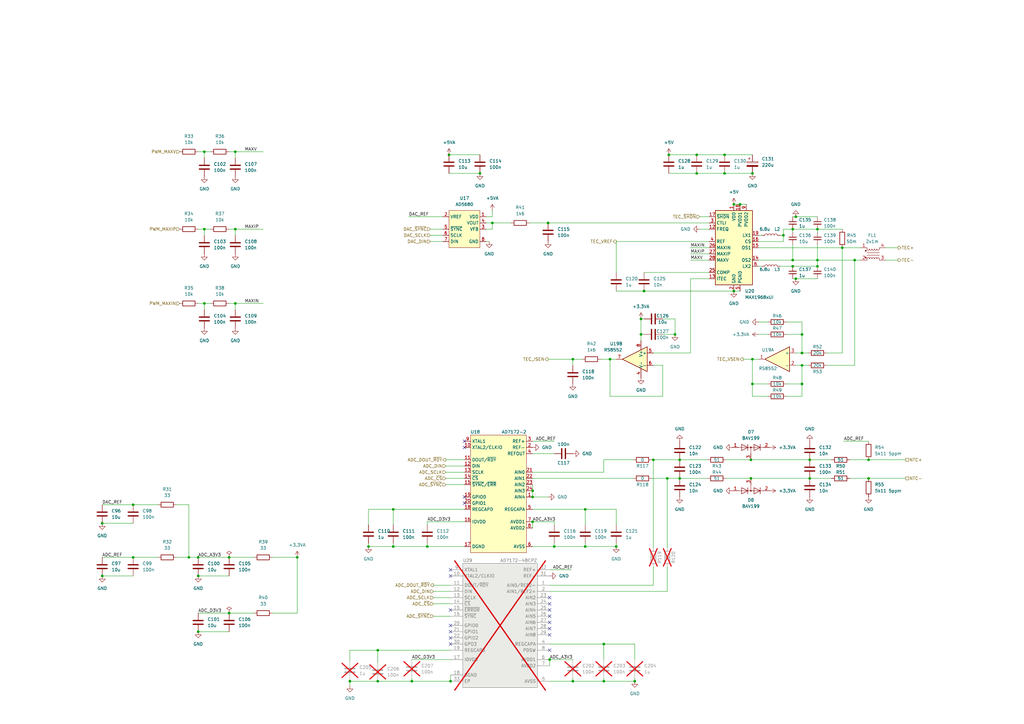
<source format=kicad_sch>
(kicad_sch (version 20230121) (generator eeschema)
  (paper "A3")
  (title_block (title "Kirdy") (date "2022-07-03") (rev "r0.1") (company "M-Labs") (comment 1 "Alex Wong Tat Hang"))
  (junction (at 300.99 119.38))
  (junction (at 267.97 188.595))
  (junction (at 350.52 106.68))
  (junction (at 297.18 63.5))
  (junction (at 274.32 63.5))
  (junction (at 300.99 83.82))
  (junction (at 201.93 91.44))
  (junction (at 252.73 224.155))
  (junction (at 96.52 62.23))
  (junction (at 308.61 147.32))
  (junction (at 161.29 208.915))
  (junction (at 325.12 106.68))
  (junction (at 234.95 147.32))
  (junction (at 83.82 62.23))
  (junction (at 41.91 214.63))
  (junction (at 81.28 259.08))
  (junction (at 121.92 228.6))
  (junction (at 218.44 213.995))
  (junction (at 154.94 279.4))
  (junction (at 328.93 149.86))
  (junction (at 356.235 188.595))
  (junction (at 218.44 203.835))
  (junction (at 184.785 279.4))
  (junction (at 161.29 224.155))
  (junction (at 234.95 279.4))
  (junction (at 308.61 71.12))
  (junction (at 247.65 264.16))
  (junction (at 93.98 251.46))
  (junction (at 325.12 93.98))
  (junction (at 224.79 91.44))
  (junction (at 262.89 137.16))
  (junction (at 285.75 71.12))
  (junction (at 308.61 157.48))
  (junction (at 260.35 279.4))
  (junction (at 326.39 114.3))
  (junction (at 250.19 147.32))
  (junction (at 83.82 93.98))
  (junction (at 81.28 228.6))
  (junction (at 83.82 124.46))
  (junction (at 175.26 224.155))
  (junction (at 278.765 188.595))
  (junction (at 81.28 236.22))
  (junction (at 321.31 96.52))
  (junction (at 93.98 228.6))
  (junction (at 54.61 228.6))
  (junction (at 218.44 201.295))
  (junction (at 168.91 279.4))
  (junction (at 184.15 63.5))
  (junction (at 240.03 224.155))
  (junction (at 335.28 109.22))
  (junction (at 345.44 101.6))
  (junction (at 273.685 196.215))
  (junction (at 278.765 196.215))
  (junction (at 328.93 137.16))
  (junction (at 96.52 93.98))
  (junction (at 227.33 224.155))
  (junction (at 154.94 266.7))
  (junction (at 96.52 124.46))
  (junction (at 303.53 83.82))
  (junction (at 41.91 236.22))
  (junction (at 332.105 188.595))
  (junction (at 328.93 157.48))
  (junction (at 307.975 188.595))
  (junction (at 325.12 109.22))
  (junction (at 196.85 71.12))
  (junction (at 356.235 196.215))
  (junction (at 262.89 130.81))
  (junction (at 240.03 208.915))
  (junction (at 307.975 196.215))
  (junction (at 328.93 144.78))
  (junction (at 151.13 224.155))
  (junction (at 264.16 119.38))
  (junction (at 77.47 228.6))
  (junction (at 335.28 93.98))
  (junction (at 276.86 137.16))
  (junction (at 143.51 279.4))
  (junction (at 285.75 63.5))
  (junction (at 297.18 71.12))
  (junction (at 335.28 106.68))
  (junction (at 332.105 196.215))
  (junction (at 225.425 270.51))
  (junction (at 54.61 207.01))
  (junction (at 326.39 88.9))
  (junction (at 247.65 279.4))
  (no_connect (at 190.5 180.975))
  (no_connect (at 184.785 250.19))
  (no_connect (at 190.5 183.515))
  (no_connect (at 190.5 203.835))
  (no_connect (at 190.5 206.375))
  (no_connect (at 225.425 245.11))
  (no_connect (at 225.425 252.73))
  (no_connect (at 184.785 236.22))
  (no_connect (at 184.785 233.68))
  (no_connect (at 225.425 266.7))
  (no_connect (at 184.785 264.16))
  (no_connect (at 225.425 257.81))
  (no_connect (at 184.785 259.08))
  (no_connect (at 184.785 261.62))
  (no_connect (at 225.425 250.19))
  (no_connect (at 225.425 255.27))
  (no_connect (at 184.785 256.54))
  (no_connect (at 225.425 260.35))
  (no_connect (at 225.425 247.65))
  (wire (pts (xy 320.04 96.52) (xy 321.31 96.52)))
  (wire (pts (xy 274.32 63.5) (xy 285.75 63.5)))
  (wire (pts (xy 328.93 144.78) (xy 331.47 144.78)))
  (wire (pts (xy 218.44 201.295) (xy 218.44 203.835)))
  (wire (pts (xy 218.44 213.995) (xy 227.33 213.995)))
  (wire (pts (xy 224.79 147.32) (xy 234.95 147.32)))
  (wire (pts (xy 308.61 147.32) (xy 311.15 147.32)))
  (wire (pts (xy 304.8 147.32) (xy 308.61 147.32)))
  (wire (pts (xy 41.91 236.22) (xy 54.61 236.22)))
  (wire (pts (xy 252.73 111.76) (xy 252.73 99.06)))
  (wire (pts (xy 143.51 279.4) (xy 143.51 281.305)))
  (wire (pts (xy 182.88 198.755) (xy 190.5 198.755)))
  (wire (pts (xy 41.91 207.01) (xy 54.61 207.01)))
  (wire (pts (xy 328.93 149.86) (xy 331.47 149.86)))
  (wire (pts (xy 182.88 191.135) (xy 190.5 191.135)))
  (wire (pts (xy 175.26 213.995) (xy 190.5 213.995)))
  (wire (pts (xy 252.73 119.38) (xy 264.16 119.38)))
  (wire (pts (xy 225.425 270.51) (xy 225.425 273.05)))
  (wire (pts (xy 252.73 208.915) (xy 252.73 215.265)))
  (wire (pts (xy 278.765 196.215) (xy 290.195 196.215)))
  (wire (pts (xy 151.13 215.265) (xy 151.13 208.915)))
  (wire (pts (xy 111.76 228.6) (xy 121.92 228.6)))
  (wire (pts (xy 93.98 251.46) (xy 104.14 251.46)))
  (wire (pts (xy 311.15 132.08) (xy 314.96 132.08)))
  (wire (pts (xy 278.765 188.595) (xy 290.195 188.595)))
  (wire (pts (xy 199.39 93.98) (xy 201.93 93.98)))
  (wire (pts (xy 325.12 106.68) (xy 335.28 106.68)))
  (wire (pts (xy 297.18 63.5) (xy 308.61 63.5)))
  (wire (pts (xy 250.19 147.32) (xy 252.73 147.32)))
  (wire (pts (xy 285.75 71.12) (xy 297.18 71.12)))
  (wire (pts (xy 332.105 188.595) (xy 340.995 188.595)))
  (wire (pts (xy 264.16 119.38) (xy 300.99 119.38)))
  (wire (pts (xy 176.53 99.06) (xy 181.61 99.06)))
  (wire (pts (xy 322.58 157.48) (xy 328.93 157.48)))
  (wire (pts (xy 177.8 247.65) (xy 184.785 247.65)))
  (wire (pts (xy 227.33 213.995) (xy 227.33 215.265)))
  (wire (pts (xy 83.82 93.98) (xy 86.36 93.98)))
  (wire (pts (xy 339.09 144.78) (xy 345.44 144.78)))
  (wire (pts (xy 271.78 162.56) (xy 271.78 149.86)))
  (wire (pts (xy 184.15 63.5) (xy 196.85 63.5)))
  (wire (pts (xy 218.44 208.915) (xy 240.03 208.915)))
  (wire (pts (xy 218.44 213.995) (xy 218.44 216.535)))
  (wire (pts (xy 151.13 208.915) (xy 161.29 208.915)))
  (wire (pts (xy 151.13 224.155) (xy 161.29 224.155)))
  (wire (pts (xy 247.65 279.4) (xy 260.35 279.4)))
  (wire (pts (xy 321.31 93.98) (xy 325.12 93.98)))
  (wire (pts (xy 350.52 106.68) (xy 350.52 149.86)))
  (wire (pts (xy 199.39 99.06) (xy 200.66 99.06)))
  (wire (pts (xy 143.51 279.4) (xy 154.94 279.4)))
  (wire (pts (xy 96.52 124.46) (xy 96.52 127)))
  (wire (pts (xy 154.94 266.7) (xy 154.94 271.78)))
  (wire (pts (xy 325.12 109.22) (xy 335.28 109.22)))
  (wire (pts (xy 287.02 88.9) (xy 290.83 88.9)))
  (wire (pts (xy 283.21 101.6) (xy 290.83 101.6)))
  (wire (pts (xy 363.22 101.6) (xy 368.3 101.6)))
  (wire (pts (xy 176.53 96.52) (xy 181.61 96.52)))
  (wire (pts (xy 271.78 149.86) (xy 267.97 149.86)))
  (wire (pts (xy 182.88 188.595) (xy 190.5 188.595)))
  (wire (pts (xy 262.89 137.16) (xy 262.89 139.7)))
  (wire (pts (xy 345.44 101.6) (xy 345.44 144.78)))
  (wire (pts (xy 326.39 144.78) (xy 328.93 144.78)))
  (wire (pts (xy 283.21 144.78) (xy 267.97 144.78)))
  (wire (pts (xy 247.65 193.675) (xy 247.65 188.595)))
  (wire (pts (xy 184.15 71.12) (xy 196.85 71.12)))
  (wire (pts (xy 311.15 101.6) (xy 345.44 101.6)))
  (wire (pts (xy 234.95 149.86) (xy 234.95 147.32)))
  (wire (pts (xy 96.52 124.46) (xy 107.95 124.46)))
  (wire (pts (xy 240.03 208.915) (xy 252.73 208.915)))
  (wire (pts (xy 234.95 278.13) (xy 234.95 279.4)))
  (wire (pts (xy 267.97 232.41) (xy 267.97 240.03)))
  (wire (pts (xy 348.615 188.595) (xy 356.235 188.595)))
  (wire (pts (xy 335.28 106.68) (xy 350.52 106.68)))
  (wire (pts (xy 182.88 193.675) (xy 190.5 193.675)))
  (wire (pts (xy 325.12 95.25) (xy 325.12 93.98)))
  (wire (pts (xy 154.94 266.7) (xy 184.785 266.7)))
  (wire (pts (xy 348.615 196.215) (xy 356.235 196.215)))
  (wire (pts (xy 199.39 88.9) (xy 201.93 88.9)))
  (wire (pts (xy 335.28 100.33) (xy 335.28 106.68)))
  (wire (pts (xy 225.425 279.4) (xy 234.95 279.4)))
  (wire (pts (xy 93.98 93.98) (xy 96.52 93.98)))
  (wire (pts (xy 264.16 130.81) (xy 262.89 130.81)))
  (wire (pts (xy 325.12 88.9) (xy 326.39 88.9)))
  (wire (pts (xy 250.19 162.56) (xy 271.78 162.56)))
  (wire (pts (xy 322.58 132.08) (xy 328.93 132.08)))
  (wire (pts (xy 273.685 232.41) (xy 273.685 242.57)))
  (wire (pts (xy 83.82 62.23) (xy 83.82 64.77)))
  (wire (pts (xy 161.29 222.885) (xy 161.29 224.155)))
  (wire (pts (xy 81.28 259.08) (xy 93.98 259.08)))
  (wire (pts (xy 307.975 196.215) (xy 332.105 196.215)))
  (wire (pts (xy 264.16 111.76) (xy 290.83 111.76)))
  (wire (pts (xy 247.65 264.16) (xy 260.35 264.16)))
  (wire (pts (xy 167.64 88.9) (xy 181.61 88.9)))
  (wire (pts (xy 246.38 147.32) (xy 250.19 147.32)))
  (wire (pts (xy 247.65 278.13) (xy 247.65 279.4)))
  (wire (pts (xy 267.97 188.595) (xy 267.97 224.79)))
  (wire (pts (xy 54.61 228.6) (xy 64.77 228.6)))
  (wire (pts (xy 240.03 222.885) (xy 240.03 224.155)))
  (wire (pts (xy 177.8 242.57) (xy 184.785 242.57)))
  (wire (pts (xy 201.93 88.9) (xy 201.93 86.36)))
  (wire (pts (xy 311.15 106.68) (xy 325.12 106.68)))
  (wire (pts (xy 325.12 100.33) (xy 325.12 106.68)))
  (wire (pts (xy 234.95 147.32) (xy 238.76 147.32)))
  (wire (pts (xy 41.91 228.6) (xy 54.61 228.6)))
  (wire (pts (xy 177.8 252.73) (xy 184.785 252.73)))
  (wire (pts (xy 247.65 188.595) (xy 259.715 188.595)))
  (wire (pts (xy 83.82 124.46) (xy 83.82 127)))
  (wire (pts (xy 328.93 137.16) (xy 328.93 144.78)))
  (wire (pts (xy 175.26 224.155) (xy 190.5 224.155)))
  (wire (pts (xy 168.91 270.51) (xy 184.785 270.51)))
  (wire (pts (xy 177.8 245.11) (xy 184.785 245.11)))
  (wire (pts (xy 93.98 228.6) (xy 104.14 228.6)))
  (wire (pts (xy 218.44 186.055) (xy 227.33 186.055)))
  (wire (pts (xy 247.65 264.16) (xy 247.65 270.51)))
  (wire (pts (xy 311.15 99.06) (xy 321.31 99.06)))
  (wire (pts (xy 267.97 188.595) (xy 278.765 188.595)))
  (wire (pts (xy 297.815 196.215) (xy 307.975 196.215)))
  (wire (pts (xy 143.51 266.7) (xy 143.51 271.145)))
  (wire (pts (xy 96.52 93.98) (xy 96.52 96.52)))
  (wire (pts (xy 311.15 137.16) (xy 314.96 137.16)))
  (wire (pts (xy 326.39 149.86) (xy 328.93 149.86)))
  (wire (pts (xy 308.61 157.48) (xy 308.61 162.56)))
  (wire (pts (xy 54.61 207.01) (xy 64.77 207.01)))
  (wire (pts (xy 72.39 207.01) (xy 77.47 207.01)))
  (wire (pts (xy 326.39 114.3) (xy 335.28 114.3)))
  (wire (pts (xy 325.12 114.3) (xy 326.39 114.3)))
  (wire (pts (xy 77.47 207.01) (xy 77.47 228.6)))
  (wire (pts (xy 218.44 203.835) (xy 224.79 203.835)))
  (wire (pts (xy 273.685 242.57) (xy 225.425 242.57)))
  (wire (pts (xy 154.94 279.4) (xy 168.91 279.4)))
  (wire (pts (xy 247.65 193.675) (xy 218.44 193.675)))
  (wire (pts (xy 252.73 222.885) (xy 252.73 224.155)))
  (wire (pts (xy 199.39 91.44) (xy 201.93 91.44)))
  (wire (pts (xy 328.93 162.56) (xy 328.93 157.48)))
  (wire (pts (xy 111.76 251.46) (xy 121.92 251.46)))
  (wire (pts (xy 83.82 93.98) (xy 83.82 96.52)))
  (wire (pts (xy 93.98 62.23) (xy 96.52 62.23)))
  (wire (pts (xy 224.79 91.44) (xy 290.83 91.44)))
  (wire (pts (xy 287.02 93.98) (xy 290.83 93.98)))
  (wire (pts (xy 322.58 137.16) (xy 328.93 137.16)))
  (wire (pts (xy 81.28 236.22) (xy 93.98 236.22)))
  (wire (pts (xy 177.8 240.03) (xy 184.785 240.03)))
  (wire (pts (xy 184.785 276.86) (xy 184.785 279.4)))
  (wire (pts (xy 276.86 130.81) (xy 276.86 137.16)))
  (wire (pts (xy 201.93 93.98) (xy 201.93 91.44)))
  (wire (pts (xy 218.44 180.975) (xy 227.33 180.975)))
  (wire (pts (xy 322.58 162.56) (xy 328.93 162.56)))
  (wire (pts (xy 328.93 132.08) (xy 328.93 137.16)))
  (wire (pts (xy 41.91 214.63) (xy 54.61 214.63)))
  (wire (pts (xy 176.53 93.98) (xy 181.61 93.98)))
  (wire (pts (xy 81.28 93.98) (xy 83.82 93.98)))
  (wire (pts (xy 81.28 228.6) (xy 93.98 228.6)))
  (wire (pts (xy 273.685 196.215) (xy 273.685 224.79)))
  (wire (pts (xy 273.685 196.215) (xy 278.765 196.215)))
  (wire (pts (xy 335.28 95.25) (xy 335.28 93.98)))
  (wire (pts (xy 96.52 62.23) (xy 107.95 62.23)))
  (wire (pts (xy 321.31 99.06) (xy 321.31 96.52)))
  (wire (pts (xy 175.26 222.885) (xy 175.26 224.155)))
  (wire (pts (xy 218.44 198.755) (xy 218.44 201.295)))
  (wire (pts (xy 77.47 228.6) (xy 81.28 228.6)))
  (wire (pts (xy 346.075 180.975) (xy 356.235 180.975)))
  (wire (pts (xy 121.92 251.46) (xy 121.92 228.6)))
  (wire (pts (xy 225.425 270.51) (xy 234.95 270.51)))
  (wire (pts (xy 225.425 264.16) (xy 247.65 264.16)))
  (wire (pts (xy 218.44 196.215) (xy 259.715 196.215)))
  (wire (pts (xy 271.78 137.16) (xy 276.86 137.16)))
  (wire (pts (xy 311.15 96.52) (xy 312.42 96.52)))
  (wire (pts (xy 283.21 114.3) (xy 290.83 114.3)))
  (wire (pts (xy 96.52 93.98) (xy 107.95 93.98)))
  (wire (pts (xy 81.28 62.23) (xy 83.82 62.23)))
  (wire (pts (xy 240.03 208.915) (xy 240.03 215.265)))
  (wire (pts (xy 264.16 137.16) (xy 262.89 137.16)))
  (wire (pts (xy 321.31 96.52) (xy 321.31 93.98)))
  (wire (pts (xy 335.28 106.68) (xy 335.28 109.22)))
  (wire (pts (xy 217.17 91.44) (xy 224.79 91.44)))
  (wire (pts (xy 332.105 196.215) (xy 340.995 196.215)))
  (wire (pts (xy 335.28 93.98) (xy 345.44 93.98)))
  (wire (pts (xy 274.32 71.12) (xy 285.75 71.12)))
  (wire (pts (xy 267.335 188.595) (xy 267.97 188.595)))
  (wire (pts (xy 262.89 130.81) (xy 262.89 137.16)))
  (wire (pts (xy 168.91 279.4) (xy 184.785 279.4)))
  (wire (pts (xy 250.19 147.32) (xy 250.19 162.56)))
  (wire (pts (xy 356.235 196.215) (xy 371.475 196.215)))
  (wire (pts (xy 285.75 63.5) (xy 297.18 63.5)))
  (wire (pts (xy 182.88 196.215) (xy 190.5 196.215)))
  (wire (pts (xy 307.975 188.595) (xy 332.105 188.595)))
  (wire (pts (xy 168.91 279.4) (xy 168.91 278.13)))
  (wire (pts (xy 81.28 124.46) (xy 83.82 124.46)))
  (wire (pts (xy 300.99 83.82) (xy 303.53 83.82)))
  (wire (pts (xy 83.82 124.46) (xy 86.36 124.46)))
  (wire (pts (xy 350.52 106.68) (xy 353.06 106.68)))
  (wire (pts (xy 297.815 188.595) (xy 307.975 188.595)))
  (wire (pts (xy 283.21 114.3) (xy 283.21 144.78)))
  (wire (pts (xy 81.28 251.46) (xy 93.98 251.46)))
  (wire (pts (xy 96.52 62.23) (xy 96.52 64.77)))
  (wire (pts (xy 345.44 101.6) (xy 353.06 101.6)))
  (wire (pts (xy 252.73 99.06) (xy 290.83 99.06)))
  (wire (pts (xy 363.22 106.68) (xy 368.3 106.68)))
  (wire (pts (xy 328.93 157.48) (xy 328.93 149.86)))
  (wire (pts (xy 314.96 157.48) (xy 308.61 157.48)))
  (wire (pts (xy 93.98 124.46) (xy 96.52 124.46)))
  (wire (pts (xy 260.35 278.13) (xy 260.35 279.4)))
  (wire (pts (xy 267.97 240.03) (xy 225.425 240.03)))
  (wire (pts (xy 227.33 222.885) (xy 227.33 224.155)))
  (wire (pts (xy 218.44 224.155) (xy 227.33 224.155)))
  (wire (pts (xy 300.99 119.38) (xy 303.53 119.38)))
  (wire (pts (xy 72.39 228.6) (xy 77.47 228.6)))
  (wire (pts (xy 161.29 224.155) (xy 175.26 224.155)))
  (wire (pts (xy 308.61 157.48) (xy 308.61 147.32)))
  (wire (pts (xy 303.53 83.82) (xy 306.07 83.82)))
  (wire (pts (xy 271.78 130.81) (xy 276.86 130.81)))
  (wire (pts (xy 225.425 233.68) (xy 234.315 233.68)))
  (wire (pts (xy 201.93 91.44) (xy 209.55 91.44)))
  (wire (pts (xy 308.61 162.56) (xy 314.96 162.56)))
  (wire (pts (xy 83.82 62.23) (xy 86.36 62.23)))
  (wire (pts (xy 356.235 188.595) (xy 371.475 188.595)))
  (wire (pts (xy 161.29 208.915) (xy 161.29 215.265)))
  (wire (pts (xy 326.39 88.9) (xy 335.28 88.9)))
  (wire (pts (xy 234.95 279.4) (xy 247.65 279.4)))
  (wire (pts (xy 311.15 109.22) (xy 312.42 109.22)))
  (wire (pts (xy 227.33 224.155) (xy 240.03 224.155)))
  (wire (pts (xy 320.04 109.22) (xy 325.12 109.22)))
  (wire (pts (xy 339.09 149.86) (xy 350.52 149.86)))
  (wire (pts (xy 297.18 71.12) (xy 308.61 71.12)))
  (wire (pts (xy 267.335 196.215) (xy 273.685 196.215)))
  (wire (pts (xy 161.29 208.915) (xy 190.5 208.915)))
  (wire (pts (xy 283.21 104.14) (xy 290.83 104.14)))
  (wire (pts (xy 283.21 106.68) (xy 290.83 106.68)))
  (wire (pts (xy 240.03 224.155) (xy 252.73 224.155)))
  (wire (pts (xy 143.51 278.765) (xy 143.51 279.4)))
  (wire (pts (xy 151.13 222.885) (xy 151.13 224.155)))
  (wire (pts (xy 154.94 266.7) (xy 143.51 266.7)))
  (wire (pts (xy 260.35 264.16) (xy 260.35 270.51)))
  (wire (pts (xy 325.12 93.98) (xy 335.28 93.98)))
  (wire (pts (xy 175.26 213.995) (xy 175.26 215.265)))
  (label "DAC_REF" (at 167.64 88.9 0))
  (label "ADC_D3V3" (at 175.26 213.995 0))
  (label "MAXV" (at 100.33 62.23 0))
  (label "MAXIN" (at 100.33 124.46 0))
  (label "ADC_REF" (at 41.91 228.6 0))
  (label "MAXIN" (at 283.21 101.6 0))
  (label "ADC_A3V3" (at 81.28 228.6 0))
  (label "MAXV" (at 283.21 106.68 0))
  (label "DAC_REF" (at 41.91 207.01 0))
  (label "MAXIP" (at 100.33 93.98 0))
  (label "ADC_REF" (at 346.075 180.975 0))
  (label "ADC_D3V3" (at 81.28 251.46 0))
  (label "ADC_REF" (at 219.71 180.975 0))
  (label "ADC_A3V3" (at 218.44 213.995 0))
  (label "ADC_A3V3" (at 225.425 270.51 0))
  (label "MAXIP" (at 283.21 104.14 0))
  (label "ADC_D3V3" (at 168.91 270.51 0))
  (label "ADC_REF" (at 226.695 233.68 0))
  (hierarchical_label "ADC_DOUT_~{RDY}" (shape output) (at 182.88 188.595 180))
  (hierarchical_label "TEC+" (shape output) (at 368.3 101.6 0))
  (hierarchical_label "PWM_MAXIP" (shape input) (at 73.66 93.98 180))
  (hierarchical_label "DAC_DIN" (shape input) (at 176.53 99.06 180))
  (hierarchical_label "PWM_MAXIN" (shape input) (at 73.66 124.46 180))
  (hierarchical_label "TEC_VREF" (shape output) (at 252.73 99.06 180))
  (hierarchical_label "ADC_~{SYNC}" (shape input) (at 177.8 252.73 180))
  (hierarchical_label "TEC_~{SHDN}" (shape input) (at 287.02 88.9 180))
  (hierarchical_label "DAC_SCLK" (shape input) (at 176.53 96.52 180))
  (hierarchical_label "ADC_~{CS}" (shape input) (at 177.8 247.65 180))
  (hierarchical_label "TEC_ISEN" (shape output) (at 224.79 147.32 180))
  (hierarchical_label "ADC_~{CS}" (shape input) (at 182.88 196.215 180))
  (hierarchical_label "NTC-" (shape passive) (at 371.475 196.215 0))
  (hierarchical_label "ADC_DIN" (shape input) (at 182.88 191.135 180))
  (hierarchical_label "NTC+" (shape passive) (at 371.475 188.595 0))
  (hierarchical_label "TEC-" (shape output) (at 368.3 106.68 0))
  (hierarchical_label "PWM_MAXV" (shape input) (at 73.66 62.23 180))
  (hierarchical_label "ADC_SCLK" (shape input) (at 182.88 193.675 180))
  (hierarchical_label "ADC_DIN" (shape input) (at 177.8 242.57 180))
  (hierarchical_label "TEC_VSEN" (shape output) (at 304.8 147.32 180))
  (hierarchical_label "ADC_~{SYNC}" (shape input) (at 182.88 198.755 180))
  (hierarchical_label "ADC_DOUT_~{RDY}" (shape output) (at 177.8 240.03 180))
  (hierarchical_label "DAC_~{SYNC}" (shape input) (at 176.53 93.98 180))
  (hierarchical_label "ADC_SCLK" (shape input) (at 177.8 245.11 180))
  (symbol (lib_id "power:GND") (at 81.28 236.22 0) (unit 1)
    (property "Reference" "#PWR084" (effects hide))
    (property "Value" "GND" (at 81.28 241.3 0))
  )
  (symbol (lib_id "Device:R") (at 273.685 228.6 180) (unit 1) (dnp yes)
    (property "Reference" "R120" (at 276.225 228.6 90))
    (property "Value" "0" (at 273.685 228.6 90))
    (property "Footprint" "Resistor_SMD:R_0603_1608Metric" (effects hide))
    (property "MFR_PN_ALT" "RMCF0603FT51R0" (effects hide))
  )
  (symbol (lib_id "Device:C") (at 240.03 219.075 0) (unit 1)
    (property "Reference" "C119" (at 243.84 217.8049 0) (effects (justify left)))
    (property "Value" "100n" (at 243.84 220.3449 0) (effects (justify left)))
    (property "Footprint" "Capacitor_SMD:C_0603_1608Metric" (effects hide))
    (property "MFR_PN" "CL10B104KB8NNWC" (effects hide))
    (property "MFR_PN_ALT" "CL10B104KB8NNNL" (effects hide))
  )
  (symbol (lib_id "Device:C") (at 175.26 219.075 0) (unit 1)
    (property "Reference" "C112" (at 179.07 217.8049 0) (effects (justify left)))
    (property "Value" "100n" (at 179.07 220.3449 0) (effects (justify left)))
    (property "Footprint" "Capacitor_SMD:C_0603_1608Metric" (effects hide))
    (property "MFR_PN" "CL10B104KB8NNWC" (effects hide))
    (property "MFR_PN_ALT" "CL10B104KB8NNNL" (effects hide))
  )
  (symbol (lib_id "kirdy:AD5680") (at 190.5 101.6 0) (unit 1)
    (property "Reference" "U17" (at 190.5 81.28 0))
    (property "Value" "AD5680" (at 190.5 83.82 0))
    (property "Footprint" "Package_TO_SOT_SMD:SOT-23-8" (effects hide))
    (property "Datasheet" "https://www.analog.com/media/en/technical-documentation/data-sheets/ad5680.pdf" (effects hide))
    (property "MFR_PN" "AD5680BRJZ" (effects hide))
  )
  (symbol (lib_id "power:GND") (at 41.91 236.22 0) (unit 1)
    (property "Reference" "#PWR083" (effects hide))
    (property "Value" "GND" (at 41.91 241.3 0))
  )
  (symbol (lib_id "power:GND") (at 200.66 99.06 0) (unit 1)
    (property "Reference" "#PWR096" (effects hide))
    (property "Value" "GND" (at 200.66 104.14 0))
  )
  (symbol (lib_id "Device:C") (at 81.28 255.27 0) (unit 1)
    (property "Reference" "C101" (at 85.09 253.9999 0) (effects (justify left)))
    (property "Value" "10u" (at 85.09 256.5399 0) (effects (justify left)))
    (property "Footprint" "Capacitor_SMD:C_0805_2012Metric" (effects hide))
    (property "MFR_PN" "CL21B106KOQNNNG" (effects hide))
    (property "MFR_PN_ALT" "CL21B106KOQNNNE" (effects hide))
  )
  (symbol (lib_id "Device:R") (at 345.44 97.79 180) (unit 1)
    (property "Reference" "R45" (at 349.25 96.52 0))
    (property "Value" "50m" (at 349.25 99.06 0))
    (property "Footprint" "Resistor_SMD:R_2010_5025Metric" (effects hide))
    (property "MFR_PN" "WSL2010R5000FEA18" (effects hide))
    (property "MFR_PN_ALT" "WSLT2010R5000FEA18" (effects hide))
  )
  (symbol (lib_id "Device:C") (at 154.94 275.59 0) (unit 1) (dnp yes)
    (property "Reference" "C206" (at 158.75 274.3199 0) (effects (justify left)))
    (property "Value" "100n" (at 158.75 276.8599 0) (effects (justify left)))
    (property "Footprint" "Capacitor_SMD:C_0603_1608Metric" (effects hide))
    (property "MFR_PN" "CL10B104KB8NNWC" (effects hide))
    (property "MFR_PN_ALT" "CL10B104KB8NNNL" (effects hide))
  )
  (symbol (lib_id "Device:C") (at 252.73 219.075 0) (unit 1)
    (property "Reference" "C121" (at 256.54 217.8049 0) (effects (justify left)))
    (property "Value" "1u" (at 256.54 220.3449 0) (effects (justify left)))
    (property "Footprint" "Capacitor_SMD:C_0603_1608Metric" (effects hide))
    (property "MFR_PN" "CL10B105KA8NNNC" (effects hide))
    (property "MFR_PN_ALT" "CGA3E1X7R1E105K080AC" (effects hide))
  )
  (symbol (lib_id "power:+3.3VA") (at 121.92 228.6 0) (unit 1)
    (property "Reference" "#PWR092" (effects hide))
    (property "Value" "+3.3VA" (at 121.92 223.52 0))
  )
  (symbol (lib_id "power:+5V") (at 274.32 63.5 0) (unit 1)
    (property "Reference" "#PWR0108" (effects hide))
    (property "Value" "+5V" (at 274.32 58.42 0))
  )
  (symbol (lib_id "Device:R") (at 107.95 251.46 90) (unit 1)
    (property "Reference" "R40" (at 107.95 245.11 90))
    (property "Value" "33" (at 107.95 247.65 90))
    (property "Footprint" "Resistor_SMD:R_0603_1608Metric" (effects hide))
    (property "MFR_PN" "RC0603FR-0733RL" (effects hide))
    (property "MFR_PN_ALT" "CRGCQ0603F33R" (effects hide))
  )
  (symbol (lib_id "Device:Filter_EMI_LL_1423") (at 358.14 104.14 0) (mirror x) (unit 1)
    (property "Reference" "FL1" (at 357.759 96.52 0))
    (property "Value" "2x1m" (at 357.759 99.06 0))
    (property "Footprint" "Inductor_SMD:L_CommonModeChoke_Wuerth_WE-SL5" (effects hide))
    (property "MFR_PN" "744273501" (effects hide))
  )
  (symbol (lib_id "Device:R") (at 318.77 132.08 90) (unit 1)
    (property "Reference" "R46" (at 318.77 129.54 90))
    (property "Value" "10k" (at 318.77 132.08 90))
    (property "Footprint" "Resistor_SMD:R_0603_1608Metric" (effects hide))
    (property "MFR_PN" "RNCP0603FTD10K0" (effects hide))
    (property "MFR_PN_ALT" "RMCF0603FT10K0" (effects hide))
  )
  (symbol (lib_id "power:GND") (at 83.82 104.14 0) (unit 1)
    (property "Reference" "#PWR087" (effects hide))
    (property "Value" "GND" (at 83.82 109.22 0))
  )
  (symbol (lib_id "Device:R") (at 90.17 62.23 90) (unit 1)
    (property "Reference" "R36" (at 90.17 55.88 90))
    (property "Value" "10k" (at 90.17 58.42 90))
    (property "Footprint" "Resistor_SMD:R_0603_1608Metric" (effects hide))
    (property "MFR_PN" "RNCP0603FTD10K0" (effects hide))
    (property "MFR_PN_ALT" "RMCF0603FT10K0" (effects hide))
  )
  (symbol (lib_id "Device:R") (at 294.005 188.595 90) (unit 1)
    (property "Reference" "R43" (at 294.005 191.135 90))
    (property "Value" "51" (at 294.005 188.595 90))
    (property "Footprint" "Resistor_SMD:R_0603_1608Metric" (effects hide))
    (property "MFR_PN" "ESR03EZPF51R0" (effects hide))
    (property "MFR_PN_ALT" "RMCF0603FT51R0" (effects hide))
  )
  (symbol (lib_id "kirdy:RS8552") (at 260.35 147.32 0) (mirror y) (unit 3)
    (property "Reference" "U19" (effects hide))
    (property "Value" "RS8552" (effects hide))
    (property "Footprint" "Package_SO:SOIC-8_3.9x4.9mm_P1.27mm" (effects hide))
    (property "Datasheet" "https://datasheet.lcsc.com/lcsc/2010160333_Jiangsu-RUNIC-Tech-RS8554XP_C236997.pdf" (effects hide))
    (property "MFR_PN" "RS8552XK" (effects hide))
  )
  (symbol (lib_id "power:GND") (at 308.61 71.12 0) (unit 1)
    (property "Reference" "#PWR0117" (effects hide))
    (property "Value" "GND" (at 308.61 76.2 0))
  )
  (symbol (lib_id "Device:R") (at 344.805 188.595 90) (unit 1)
    (property "Reference" "R50" (at 344.805 191.135 90))
    (property "Value" "51" (at 344.805 188.595 90))
    (property "Footprint" "Resistor_SMD:R_0603_1608Metric" (effects hide))
    (property "MFR_PN" "ESR03EZPF51R0" (effects hide))
    (property "MFR_PN_ALT" "RMCF0603FT51R0" (effects hide))
  )
  (symbol (lib_id "power:GND") (at 311.15 132.08 270) (unit 1)
    (property "Reference" "#PWR0118" (effects hide))
    (property "Value" "GND" (at 307.34 132.0799 90) (effects (justify right)))
  )
  (symbol (lib_id "Device:R") (at 294.005 196.215 90) (unit 1)
    (property "Reference" "R44" (at 294.005 193.675 90))
    (property "Value" "51" (at 294.005 196.215 90))
    (property "Footprint" "Resistor_SMD:R_0603_1608Metric" (effects hide))
    (property "MFR_PN" "ESR03EZPF51R0" (effects hide))
    (property "MFR_PN_ALT" "RMCF0603FT51R0" (effects hide))
  )
  (symbol (lib_id "kirdy:AD7172-2") (at 204.47 205.105 0) (mirror y) (unit 1)
    (property "Reference" "U18" (at 194.945 177.165 0))
    (property "Value" "AD7172-2" (at 210.82 177.165 0))
    (property "Footprint" "Package_SO:TSSOP-24_4.4x7.8mm_P0.65mm" (effects hide))
    (property "Datasheet" "https://www.analog.com/media/en/technical-documentation/data-sheets/ad7172-2.pdf" (effects hide))
    (property "MFR_PN" "AD7172-2BRUZ" (effects hide))
  )
  (symbol (lib_id "Device:C") (at 93.98 232.41 0) (unit 1)
    (property "Reference" "C105" (at 97.79 231.1399 0) (effects (justify left)))
    (property "Value" "100n" (at 97.79 233.6799 0) (effects (justify left)))
    (property "Footprint" "Capacitor_SMD:C_0603_1608Metric" (effects hide))
    (property "MFR_PN" "CL10B104KB8NNWC" (effects hide))
    (property "MFR_PN_ALT" "CL10B104KB8NNNL" (effects hide))
  )
  (symbol (lib_id "power:GND") (at 83.82 134.62 0) (unit 1)
    (property "Reference" "#PWR088" (effects hide))
    (property "Value" "GND" (at 83.82 139.7 0))
  )
  (symbol (lib_id "Device:L") (at 316.23 109.22 90) (unit 1)
    (property "Reference" "L3" (at 318.77 110.49 90))
    (property "Value" "6.8u" (at 313.69 110.49 90))
    (property "Footprint" "Inductor_SMD:L_Wuerth_MAPI-4030" (effects hide))
    (property "MFR_PN" "74438357068" (effects hide))
  )
  (symbol (lib_id "power:GND") (at 234.95 186.055 90) (unit 1)
    (property "Reference" "#PWR0102" (effects hide))
    (property "Value" "GND" (at 238.76 186.0549 90) (effects (justify right)))
  )
  (symbol (lib_id "Device:R") (at 77.47 93.98 90) (unit 1)
    (property "Reference" "R34" (at 77.47 87.63 90))
    (property "Value" "10k" (at 77.47 90.17 90))
    (property "Footprint" "Resistor_SMD:R_0603_1608Metric" (effects hide))
    (property "MFR_PN" "RNCP0603FTD10K0" (effects hide))
    (property "MFR_PN_ALT" "RMCF0603FT10K0" (effects hide))
  )
  (symbol (lib_id "Device:R") (at 344.805 196.215 90) (unit 1)
    (property "Reference" "R51" (at 344.805 193.675 90))
    (property "Value" "51" (at 344.805 196.215 90))
    (property "Footprint" "Resistor_SMD:R_0603_1608Metric" (effects hide))
    (property "MFR_PN" "ESR03EZPF51R0" (effects hide))
    (property "MFR_PN_ALT" "RMCF0603FT51R0" (effects hide))
  )
  (symbol (lib_id "Device:C") (at 41.91 232.41 0) (unit 1)
    (property "Reference" "C97" (at 45.72 231.1399 0) (effects (justify left)))
    (property "Value" "10u" (at 45.72 233.6799 0) (effects (justify left)))
    (property "Footprint" "Capacitor_SMD:C_0805_2012Metric" (effects hide))
    (property "MFR_PN" "CL21B106KOQNNNG" (effects hide))
    (property "MFR_PN_ALT" "CL21B106KOQNNNE" (effects hide))
  )
  (symbol (lib_id "Device:C") (at 278.765 192.405 0) (unit 1)
    (property "Reference" "C123" (at 282.575 191.1349 0) (effects (justify left)))
    (property "Value" "100n" (at 282.575 193.6749 0) (effects (justify left)))
    (property "Footprint" "Capacitor_SMD:C_0603_1608Metric" (effects hide))
    (property "MFR_PN" "CL10B104KB8NNWC" (effects hide))
    (property "MFR_PN_ALT" "CL10B104KB8NNNL" (effects hide))
  )
  (symbol (lib_id "power:GND") (at 96.52 72.39 0) (unit 1)
    (property "Reference" "#PWR089" (effects hide))
    (property "Value" "GND" (at 96.52 77.47 0))
  )
  (symbol (lib_id "Device:C") (at 297.18 67.31 0) (unit 1)
    (property "Reference" "C130" (at 300.99 66.0399 0) (effects (justify left)))
    (property "Value" "1u" (at 300.99 68.5799 0) (effects (justify left)))
    (property "Footprint" "Capacitor_SMD:C_0603_1608Metric" (effects hide))
    (property "MFR_PN" "CL10B105KA8NNNC" (effects hide))
    (property "MFR_PN_ALT" "CGA3E1X7R1E105K080AC" (effects hide))
  )
  (symbol (lib_id "Device:C") (at 285.75 67.31 0) (unit 1)
    (property "Reference" "C129" (at 289.56 66.0399 0) (effects (justify left)))
    (property "Value" "1u" (at 289.56 68.5799 0) (effects (justify left)))
    (property "Footprint" "Capacitor_SMD:C_0603_1608Metric" (effects hide))
    (property "MFR_PN" "CL10B105KA8NNNC" (effects hide))
    (property "MFR_PN_ALT" "CGA3E1X7R1E105K080AC" (effects hide))
  )
  (symbol (lib_id "Device:C") (at 41.91 210.82 0) (unit 1)
    (property "Reference" "C96" (at 45.72 209.5499 0) (effects (justify left)))
    (property "Value" "10u" (at 45.72 212.0899 0) (effects (justify left)))
    (property "Footprint" "Capacitor_SMD:C_0805_2012Metric" (effects hide))
    (property "MFR_PN" "CL21B106KOQNNNG" (effects hide))
    (property "MFR_PN_ALT" "CL21B106KOQNNNE" (effects hide))
  )
  (symbol (lib_id "Device:C") (at 267.97 137.16 90) (unit 1)
    (property "Reference" "C127" (at 271.78 135.89 90))
    (property "Value" "100n" (at 271.78 138.43 90))
    (property "Footprint" "Capacitor_SMD:C_0603_1608Metric" (effects hide))
    (property "MFR_PN" "CL10B104KB8NNWC" (effects hide))
    (property "MFR_PN_ALT" "CL10B104KB8NNNL" (effects hide))
  )
  (symbol (lib_id "Device:C_Small") (at 325.12 97.79 0) (unit 1)
    (property "Reference" "C136" (at 327.66 96.5262 0) (effects (justify left)))
    (property "Value" "10u" (at 327.66 99.0662 0) (effects (justify left)))
    (property "Footprint" "Capacitor_SMD:C_0805_2012Metric" (effects hide))
    (property "MFR_PN" "CL21B106KOQNNNG" (effects hide))
    (property "MFR_PN_ALT" "CL21B106KOQNNNE" (effects hide))
  )
  (symbol (lib_id "power:GND") (at 224.79 203.835 90) (unit 1)
    (property "Reference" "#PWR0100" (effects hide))
    (property "Value" "GND" (at 228.6 203.8349 90) (effects (justify right)))
  )
  (symbol (lib_id "Device:C") (at 96.52 130.81 0) (unit 1)
    (property "Reference" "C109" (at 100.33 129.5399 0) (effects (justify left)))
    (property "Value" "100n" (at 100.33 132.0799 0) (effects (justify left)))
    (property "Footprint" "Capacitor_SMD:C_0603_1608Metric" (effects hide))
    (property "MFR_PN" "CL10B104KB8NNWC" (effects hide))
    (property "MFR_PN_ALT" "CL10B104KB8NNNL" (effects hide))
  )
  (symbol (lib_id "Device:R") (at 242.57 147.32 90) (unit 1)
    (property "Reference" "R42" (at 242.57 140.97 90))
    (property "Value" "1k6" (at 242.57 143.51 90))
    (property "Footprint" "Resistor_SMD:R_0603_1608Metric" (effects hide))
    (property "MFR_PN" "RT0603FRE071K6L" (effects hide))
    (property "MFR_PN_ALT" "RMCF0603FT1K60" (effects hide))
  )
  (symbol (lib_id "Device:R") (at 90.17 93.98 90) (unit 1)
    (property "Reference" "R37" (at 90.17 87.63 90))
    (property "Value" "10k" (at 90.17 90.17 90))
    (property "Footprint" "Resistor_SMD:R_0603_1608Metric" (effects hide))
    (property "MFR_PN" "RNCP0603FTD10K0" (effects hide))
    (property "MFR_PN_ALT" "RMCF0603FT10K0" (effects hide))
  )
  (symbol (lib_id "Device:R") (at 356.235 184.785 0) (unit 1)
    (property "Reference" "R54" (at 358.775 183.5149 0) (effects (justify left)))
    (property "Value" "5k11 5ppm" (at 358.775 186.0549 0) (effects (justify left)))
    (property "Footprint" "Resistor_SMD:R_0603_1608Metric" (effects hide))
    (property "MFR_PN" "RN73H1JTTD5111A05" (effects hide))
    (property "MFR_PN_ALT" "TNPU06035K11BZEN00" (effects hide))
  )
  (symbol (lib_id "power:GND") (at 143.51 281.305 0) (unit 1)
    (property "Reference" "#PWR036" (effects hide))
    (property "Value" "GND" (at 143.51 286.385 0))
  )
  (symbol (lib_id "power:GND") (at 224.79 99.06 0) (unit 1)
    (property "Reference" "#PWR099" (effects hide))
    (property "Value" "GND" (at 224.79 104.14 0))
  )
  (symbol (lib_id "Device:C") (at 168.91 274.32 0) (unit 1) (dnp yes)
    (property "Reference" "C207" (at 172.72 273.0499 0) (effects (justify left)))
    (property "Value" "100n" (at 172.72 275.5899 0) (effects (justify left)))
    (property "Footprint" "Capacitor_SMD:C_0603_1608Metric" (effects hide))
    (property "MFR_PN" "CL10B104KB8NNWC" (effects hide))
    (property "MFR_PN_ALT" "CL10B104KB8NNNL" (effects hide))
  )
  (symbol (lib_id "Device:C") (at 332.105 200.025 0) (unit 1)
    (property "Reference" "C134" (at 335.915 198.7549 0) (effects (justify left)))
    (property "Value" "10n" (at 335.915 201.2949 0) (effects (justify left)))
    (property "Footprint" "Capacitor_SMD:C_0603_1608Metric" (effects hide))
    (property "MFR_PN" "0603B103K500CT" (effects hide))
    (property "MFR_PN_ALT" "CL10B103KB8NNNC" (effects hide))
  )
  (symbol (lib_id "Device:C") (at 252.73 115.57 0) (unit 1)
    (property "Reference" "C120" (at 256.54 114.2999 0) (effects (justify left)))
    (property "Value" "1u" (at 256.54 116.8399 0) (effects (justify left)))
    (property "Footprint" "Capacitor_SMD:C_0603_1608Metric" (effects hide))
    (property "MFR_PN" "CL10B105KA8NNNC" (effects hide))
    (property "MFR_PN_ALT" "CGA3E1X7R1E105K080AC" (effects hide))
  )
  (symbol (lib_id "Device:C") (at 274.32 67.31 0) (unit 1)
    (property "Reference" "C128" (at 278.13 66.0399 0) (effects (justify left)))
    (property "Value" "1u" (at 278.13 68.5799 0) (effects (justify left)))
    (property "Footprint" "Capacitor_SMD:C_0603_1608Metric" (effects hide))
    (property "MFR_PN" "CL10B105KA8NNNC" (effects hide))
    (property "MFR_PN_ALT" "CGA3E1X7R1E105K080AC" (effects hide))
  )
  (symbol (lib_id "Device:C_Small") (at 325.12 111.76 0) (unit 1)
    (property "Reference" "C137" (at 327.66 110.4962 0) (effects (justify left)))
    (property "Value" "1u" (at 327.66 113.0362 0) (effects (justify left)))
    (property "Footprint" "Capacitor_SMD:C_0603_1608Metric" (effects hide))
    (property "MFR_PN" "CL10B105KA8NNNC" (effects hide))
    (property "MFR_PN_ALT" "CGA3E1X7R1E105K080AC" (effects hide))
  )
  (symbol (lib_id "Device:C") (at 184.15 67.31 0) (unit 1)
    (property "Reference" "C113" (at 187.96 66.0399 0) (effects (justify left)))
    (property "Value" "10u" (at 187.96 68.5799 0) (effects (justify left)))
    (property "Footprint" "Capacitor_SMD:C_0805_2012Metric" (effects hide))
    (property "MFR_PN" "CL21B106KOQNNNG" (effects hide))
    (property "MFR_PN_ALT" "CL21B106KOQNNNE" (effects hide))
  )
  (symbol (lib_id "power:GND") (at 252.73 224.155 0) (unit 1)
    (property "Reference" "#PWR0103" (effects hide))
    (property "Value" "GND" (at 252.73 229.235 0))
  )
  (symbol (lib_id "power:GND") (at 83.82 72.39 0) (unit 1)
    (property "Reference" "#PWR086" (effects hide))
    (property "Value" "GND" (at 83.82 77.47 0))
  )
  (symbol (lib_id "power:GND") (at 196.85 71.12 0) (unit 1)
    (property "Reference" "#PWR095" (effects hide))
    (property "Value" "GND" (at 196.85 76.2 0))
  )
  (symbol (lib_id "Device:R") (at 77.47 62.23 90) (unit 1)
    (property "Reference" "R33" (at 77.47 55.88 90))
    (property "Value" "10k" (at 77.47 58.42 90))
    (property "Footprint" "Resistor_SMD:R_0603_1608Metric" (effects hide))
    (property "MFR_PN" "RNCP0603FTD10K0" (effects hide))
    (property "MFR_PN_ALT" "RMCF0603FT10K0" (effects hide))
  )
  (symbol (lib_id "Device:C") (at 151.13 219.075 0) (unit 1)
    (property "Reference" "C110" (at 154.94 217.8049 0) (effects (justify left)))
    (property "Value" "1u" (at 154.94 220.3449 0) (effects (justify left)))
    (property "Footprint" "Capacitor_SMD:C_0603_1608Metric" (effects hide))
    (property "MFR_PN" "CL10B105KA8NNNC" (effects hide))
    (property "MFR_PN_ALT" "CGA3E1X7R1E105K080AC" (effects hide))
  )
  (symbol (lib_id "Device:R") (at 213.36 91.44 90) (unit 1)
    (property "Reference" "R41" (at 213.36 85.09 90))
    (property "Value" "1k6" (at 213.36 87.63 90))
    (property "Footprint" "Resistor_SMD:R_0603_1608Metric" (effects hide))
    (property "MFR_PN" "RT0603FRE071K6L" (effects hide))
    (property "MFR_PN_ALT" "RMCF0603FT1K60" (effects hide))
  )
  (symbol (lib_id "power:GND") (at 300.355 183.515 270) (unit 1)
    (property "Reference" "#PWR0110" (effects hide))
    (property "Value" "GND" (at 296.545 183.5149 90) (effects (justify right)))
  )
  (symbol (lib_id "Device:R") (at 68.58 207.01 90) (unit 1)
    (property "Reference" "R31" (at 68.58 200.66 90))
    (property "Value" "33" (at 68.58 203.2 90))
    (property "Footprint" "Resistor_SMD:R_0603_1608Metric" (effects hide))
    (property "MFR_PN" "RC0603FR-0733RL" (effects hide))
    (property "MFR_PN_ALT" "CRGCQ0603F33R" (effects hide))
  )
  (symbol (lib_id "Device:C") (at 96.52 68.58 0) (unit 1)
    (property "Reference" "C107" (at 100.33 67.3099 0) (effects (justify left)))
    (property "Value" "100n" (at 100.33 69.8499 0) (effects (justify left)))
    (property "Footprint" "Capacitor_SMD:C_0603_1608Metric" (effects hide))
    (property "MFR_PN" "CL10B104KB8NNWC" (effects hide))
    (property "MFR_PN_ALT" "CL10B104KB8NNNL" (effects hide))
  )
  (symbol (lib_id "Device:R") (at 356.235 200.025 0) (unit 1)
    (property "Reference" "R55" (at 358.775 198.7549 0) (effects (justify left)))
    (property "Value" "5k11 5ppm" (at 358.775 201.2949 0) (effects (justify left)))
    (property "Footprint" "Resistor_SMD:R_0603_1608Metric" (effects hide))
    (property "MFR_PN" "RN73H1JTTD5111A05" (effects hide))
    (property "MFR_PN_ALT" "TNPU06035K11BZEN00" (effects hide))
  )
  (symbol (lib_id "Device:C") (at 81.28 232.41 0) (unit 1)
    (property "Reference" "C100" (at 85.09 231.1399 0) (effects (justify left)))
    (property "Value" "10u" (at 85.09 233.6799 0) (effects (justify left)))
    (property "Footprint" "Capacitor_SMD:C_0805_2012Metric" (effects hide))
    (property "MFR_PN" "CL21B106KOQNNNG" (effects hide))
    (property "MFR_PN_ALT" "CL21B106KOQNNNE" (effects hide))
  )
  (symbol (lib_id "Device:C") (at 196.85 67.31 0) (unit 1)
    (property "Reference" "C114" (at 200.66 66.0399 0) (effects (justify left)))
    (property "Value" "100n" (at 200.66 68.5799 0) (effects (justify left)))
    (property "Footprint" "Capacitor_SMD:C_0603_1608Metric" (effects hide))
    (property "MFR_PN" "CL10B104KB8NNWC" (effects hide))
    (property "MFR_PN_ALT" "CL10B104KB8NNNL" (effects hide))
  )
  (symbol (lib_id "power:+3.3VA") (at 262.89 130.81 0) (unit 1)
    (property "Reference" "#PWR0106" (effects hide))
    (property "Value" "+3.3VA" (at 262.89 125.73 0))
  )
  (symbol (lib_id "power:GND") (at 234.95 157.48 0) (unit 1)
    (property "Reference" "#PWR0101" (effects hide))
    (property "Value" "GND" (at 234.95 162.56 0))
  )
  (symbol (lib_id "Device:C_Small") (at 325.12 91.44 0) (unit 1)
    (property "Reference" "C135" (at 327.66 90.1762 0) (effects (justify left)))
    (property "Value" "1u" (at 327.66 92.7162 0) (effects (justify left)))
    (property "Footprint" "Capacitor_SMD:C_0603_1608Metric" (effects hide))
    (property "MFR_PN" "CL10B105KA8NNNC" (effects hide))
    (property "MFR_PN_ALT" "CGA3E1X7R1E105K080AC" (effects hide))
  )
  (symbol (lib_id "Device:C") (at 247.65 274.32 0) (unit 1) (dnp yes)
    (property "Reference" "C203" (at 251.46 273.0499 0) (effects (justify left)))
    (property "Value" "100n" (at 251.46 275.5899 0) (effects (justify left)))
    (property "Footprint" "Capacitor_SMD:C_0603_1608Metric" (effects hide))
    (property "MFR_PN" "CL10B104KB8NNWC" (effects hide))
    (property "MFR_PN_ALT" "CL10B104KB8NNNL" (effects hide))
  )
  (symbol (lib_id "Device:C") (at 83.82 68.58 0) (unit 1)
    (property "Reference" "C102" (at 87.63 67.3099 0) (effects (justify left)))
    (property "Value" "100n" (at 87.63 69.8499 0) (effects (justify left)))
    (property "Footprint" "Capacitor_SMD:C_0603_1608Metric" (effects hide))
    (property "MFR_PN" "CL10B104KB8NNWC" (effects hide))
    (property "MFR_PN_ALT" "CL10B104KB8NNNL" (effects hide))
  )
  (symbol (lib_id "Device:L") (at 316.23 96.52 90) (unit 1)
    (property "Reference" "L2" (at 318.77 93.98 90))
    (property "Value" "6.8u" (at 313.69 93.98 90))
    (property "Footprint" "Inductor_SMD:L_Wuerth_MAPI-4030" (effects hide))
    (property "MFR_PN" "74438357068" (effects hide))
  )
  (symbol (lib_id "Device:C") (at 234.95 153.67 0) (unit 1)
    (property "Reference" "C118" (at 238.76 152.3999 0) (effects (justify left)))
    (property "Value" "100n" (at 238.76 154.9399 0) (effects (justify left)))
    (property "Footprint" "Capacitor_SMD:C_0603_1608Metric" (effects hide))
    (property "MFR_PN" "CL10B104KB8NNWC" (effects hide))
    (property "MFR_PN_ALT" "CL10B104KB8NNNL" (effects hide))
  )
  (symbol (lib_id "Device:C") (at 83.82 100.33 0) (unit 1)
    (property "Reference" "C103" (at 87.63 99.0599 0) (effects (justify left)))
    (property "Value" "100n" (at 87.63 101.5999 0) (effects (justify left)))
    (property "Footprint" "Capacitor_SMD:C_0603_1608Metric" (effects hide))
    (property "MFR_PN" "CL10B104KB8NNWC" (effects hide))
    (property "MFR_PN_ALT" "CL10B104KB8NNNL" (effects hide))
  )
  (symbol (lib_id "Diode:BAV99") (at 307.975 201.295 0) (mirror x) (unit 1)
    (property "Reference" "D8" (at 307.975 205.105 0))
    (property "Value" "BAV199" (at 307.975 207.645 0))
    (property "Footprint" "Package_TO_SOT_SMD:SOT-23" (effects hide))
    (property "Datasheet" "https://assets.nexperia.com/documents/data-sheet/BAV99_SER.pdf" (effects hide))
    (property "MFR_PN" "BAV199W-7" (effects hide))
    (property "MFR_PN_ALT" "BAV199E6327HTSA1" (effects hide))
  )
  (symbol (lib_id "Device:R") (at 335.28 144.78 90) (unit 1)
    (property "Reference" "R52" (at 335.28 142.24 90))
    (property "Value" "20k" (at 335.28 144.78 90))
    (property "Footprint" "Resistor_SMD:R_0603_1608Metric" (effects hide))
    (property "MFR_PN" "RMCF0603FT20K0" (effects hide))
    (property "MFR_PN_ALT" "RC0603FR-0720KL" (effects hide))
  )
  (symbol (lib_id "power:+5V") (at 300.99 83.82 0) (unit 1)
    (property "Reference" "#PWR0115" (effects hide))
    (property "Value" "+5V" (at 300.99 78.74 0))
  )
  (symbol (lib_id "Device:C") (at 93.98 255.27 0) (unit 1)
    (property "Reference" "C106" (at 97.79 253.9999 0) (effects (justify left)))
    (property "Value" "100n" (at 97.79 256.5399 0) (effects (justify left)))
    (property "Footprint" "Capacitor_SMD:C_0603_1608Metric" (effects hide))
    (property "MFR_PN" "CL10B104KB8NNWC" (effects hide))
    (property "MFR_PN_ALT" "CL10B104KB8NNNL" (effects hide))
  )
  (symbol (lib_id "power:GND") (at 218.44 183.515 90) (unit 1)
    (property "Reference" "#PWR098" (effects hide))
    (property "Value" "GND" (at 222.25 183.5149 90) (effects (justify right)))
  )
  (symbol (lib_id "power:+3.3VA") (at 311.15 137.16 90) (unit 1)
    (property "Reference" "#PWR0119" (effects hide))
    (property "Value" "+3.3VA" (at 307.34 137.1599 90) (effects (justify left)))
  )
  (symbol (lib_id "Device:C") (at 332.105 192.405 0) (unit 1)
    (property "Reference" "C133" (at 335.915 191.1349 0) (effects (justify left)))
    (property "Value" "100n" (at 335.915 193.6749 0) (effects (justify left)))
    (property "Footprint" "Capacitor_SMD:C_0603_1608Metric" (effects hide))
    (property "MFR_PN" "CL10B104KB8NNWC" (effects hide))
    (property "MFR_PN_ALT" "CL10B104KB8NNNL" (effects hide))
  )
  (symbol (lib_id "power:GND") (at 278.765 203.835 0) (unit 1)
    (property "Reference" "#PWR0105" (effects hide))
    (property "Value" "GND" (at 278.765 208.915 0))
  )
  (symbol (lib_id "power:GND") (at 225.425 236.22 90) (unit 1)
    (property "Reference" "#PWR037" (effects hide))
    (property "Value" "GND" (at 229.235 236.2199 90) (effects (justify right)))
  )
  (symbol (lib_id "kirdy:AD7172-4BCPZ") (at 225.425 233.68 0) (mirror y) (unit 1) (dnp yes)
    (property "Reference" "U29" (at 191.77 229.87 0))
    (property "Value" "AD7172-4BCPZ" (at 212.725 229.87 0))
    (property "Footprint" "kirdy:QFN50P500X500X80-33N-D" (effects hide))
    (property "Datasheet" "https://componentsearchengine.com/Datasheets/2/AD7172-4BCPZ.pdf" (effects hide))
    (property "Height" "0.8" (effects hide))
    (property "Mouser Part Number" "584-AD7172-4BCPZ" (effects hide))
    (property "Mouser Price/Stock" "https://www.mouser.co.uk/ProductDetail/Analog-Devices/AD7172-4BCPZ?qs=4BLsKd%2FIMYAdRxuARCq3Og%3D%3D" (effects hide))
    (property "Manufacturer_Name" "Analog Devices" (effects hide))
    (property "MF_PN" "AD7172-4BCPZ" (effects hide))
  )
  (symbol (lib_id "power:GND") (at 262.89 154.94 0) (unit 1)
    (property "Reference" "#PWR0107" (effects hide))
    (property "Value" "GND" (at 262.89 160.02 0))
  )
  (symbol (lib_id "Device:C") (at 278.765 200.025 0) (unit 1)
    (property "Reference" "C124" (at 282.575 198.7549 0) (effects (justify left)))
    (property "Value" "10n" (at 282.575 201.2949 0) (effects (justify left)))
    (property "Footprint" "Capacitor_SMD:C_0603_1608Metric" (effects hide))
    (property "MFR_PN" "0603B103K500CT" (effects hide))
    (property "MFR_PN_ALT" "CL10B103KB8NNNC" (effects hide))
  )
  (symbol (lib_id "Device:R") (at 267.97 228.6 180) (unit 1) (dnp yes)
    (property "Reference" "R119" (at 270.51 228.6 90))
    (property "Value" "0" (at 267.97 228.6 90))
    (property "Footprint" "Resistor_SMD:R_0603_1608Metric" (effects hide))
    (property "MFR_PN_ALT" "RMCF0603FT51R0" (effects hide))
  )
  (symbol (lib_id "power:GND") (at 300.355 201.295 270) (unit 1)
    (property "Reference" "#PWR0111" (effects hide))
    (property "Value" "GND" (at 296.545 201.2949 90) (effects (justify right)))
  )
  (symbol (lib_id "Device:R") (at 68.58 228.6 90) (unit 1)
    (property "Reference" "R32" (at 68.58 222.25 90))
    (property "Value" "33" (at 68.58 224.79 90))
    (property "Footprint" "Resistor_SMD:R_0603_1608Metric" (effects hide))
    (property "MFR_PN" "RC0603FR-0733RL" (effects hide))
    (property "MFR_PN_ALT" "CRGCQ0603F33R" (effects hide))
  )
  (symbol (lib_id "Device:C_Small") (at 335.28 97.79 0) (unit 1)
    (property "Reference" "C139" (at 337.82 96.5262 0) (effects (justify left)))
    (property "Value" "100n" (at 337.82 99.0662 0) (effects (justify left)))
    (property "Footprint" "Capacitor_SMD:C_0603_1608Metric" (effects hide))
    (property "MFR_PN" "CL10B104KB8NNWC" (effects hide))
    (property "MFR_PN_ALT" "CL10B104KB8NNNL" (effects hide))
  )
  (symbol (lib_id "Device:C_Polarized") (at 308.61 67.31 0) (unit 1)
    (property "Reference" "C131" (at 312.42 65.1509 0) (effects (justify left)))
    (property "Value" "220u" (at 312.42 67.6909 0) (effects (justify left)))
    (property "Footprint" "Capacitor_Tantalum_SMD:CP_EIA-7343-15_Kemet-W" (effects hide))
    (property "MFR_PN" "T491D227K016AT" (effects hide))
    (property "MFR_PN_ALT" "293D227X9016E2TE3" (effects hide))
  )
  (symbol (lib_id "power:PWR_FLAG") (at 93.98 251.46 0) (unit 1)
    (property "Reference" "#FLG0113" (effects hide))
    (property "Value" "PWR_FLAG" (effects hide))
  )
  (symbol (lib_id "Device:C") (at 161.29 219.075 0) (unit 1)
    (property "Reference" "C111" (at 165.1 217.8049 0) (effects (justify left)))
    (property "Value" "100n" (at 165.1 220.3449 0) (effects (justify left)))
    (property "Footprint" "Capacitor_SMD:C_0603_1608Metric" (effects hide))
    (property "MFR_PN" "CL10B104KB8NNWC" (effects hide))
    (property "MFR_PN_ALT" "CL10B104KB8NNNL" (effects hide))
  )
  (symbol (lib_id "Device:R") (at 318.77 157.48 90) (unit 1)
    (property "Reference" "R48" (at 318.77 154.94 90))
    (property "Value" "10k" (at 318.77 157.48 90))
    (property "Footprint" "Resistor_SMD:R_0603_1608Metric" (effects hide))
    (property "MFR_PN" "RNCP0603FTD10K0" (effects hide))
    (property "MFR_PN_ALT" "RMCF0603FT10K0" (effects hide))
  )
  (symbol (lib_id "power:+3.3VA") (at 315.595 183.515 270) (unit 1)
    (property "Reference" "#PWR0113" (effects hide))
    (property "Value" "+3.3VA" (at 319.405 183.5149 90) (effects (justify left)))
  )
  (symbol (lib_id "kirdy:RS8552") (at 318.77 147.32 0) (mirror y) (unit 1)
    (property "Reference" "U19" (at 314.96 143.51 0))
    (property "Value" "RS8552" (at 314.96 151.13 0))
    (property "Footprint" "Package_SO:SOIC-8_3.9x4.9mm_P1.27mm" (effects hide))
    (property "Datasheet" "https://datasheet.lcsc.com/lcsc/2010160333_Jiangsu-RUNIC-Tech-RS8554XP_C236997.pdf" (effects hide))
    (property "MFR_PN" "RS8552XK" (effects hide))
  )
  (symbol (lib_id "Device:C") (at 54.61 232.41 0) (unit 1)
    (property "Reference" "C99" (at 58.42 231.1399 0) (effects (justify left)))
    (property "Value" "100n" (at 58.42 233.6799 0) (effects (justify left)))
    (property "Footprint" "Capacitor_SMD:C_0603_1608Metric" (effects hide))
    (property "MFR_PN" "CL10B104KB8NNWC" (effects hide))
    (property "MFR_PN_ALT" "CL10B104KB8NNNL" (effects hide))
  )
  (symbol (lib_id "Device:C") (at 143.51 274.955 0) (unit 1) (dnp yes)
    (property "Reference" "C205" (at 147.32 273.6849 0) (effects (justify left)))
    (property "Value" "1u" (at 147.32 276.2249 0) (effects (justify left)))
    (property "Footprint" "Capacitor_SMD:C_0603_1608Metric" (effects hide))
    (property "MFR_PN" "CL10B105KA8NNNC" (effects hide))
    (property "MFR_PN_ALT" "CGA3E1X7R1E105K080AC" (effects hide))
  )
  (symbol (lib_id "Device:C") (at 96.52 100.33 0) (unit 1)
    (property "Reference" "C108" (at 100.33 99.0599 0) (effects (justify left)))
    (property "Value" "100n" (at 100.33 101.5999 0) (effects (justify left)))
    (property "Footprint" "Capacitor_SMD:C_0603_1608Metric" (effects hide))
    (property "MFR_PN" "CL10B104KB8NNWC" (effects hide))
    (property "MFR_PN_ALT" "CL10B104KB8NNNL" (effects hide))
  )
  (symbol (lib_id "Device:C") (at 231.14 186.055 90) (unit 1)
    (property "Reference" "C117" (at 231.14 189.865 90))
    (property "Value" "100n" (at 231.14 182.245 90))
    (property "Footprint" "Capacitor_SMD:C_0603_1608Metric" (effects hide))
    (property "MFR_PN" "CL10B104KB8NNWC" (effects hide))
    (property "MFR_PN_ALT" "CL10B104KB8NNNL" (effects hide))
  )
  (symbol (lib_id "Device:C_Small") (at 335.28 91.44 0) (unit 1)
    (property "Reference" "C138" (at 337.82 90.1762 0) (effects (justify left)))
    (property "Value" "100n" (at 337.82 92.7162 0) (effects (justify left)))
    (property "Footprint" "Capacitor_SMD:C_0603_1608Metric" (effects hide))
    (property "MFR_PN" "CL10B104KB8NNWC" (effects hide))
    (property "MFR_PN_ALT" "CL10B104KB8NNNL" (effects hide))
  )
  (symbol (lib_id "Device:C") (at 332.105 184.785 0) (unit 1)
    (property "Reference" "C132" (at 335.915 183.5149 0) (effects (justify left)))
    (property "Value" "10n" (at 335.915 186.0549 0) (effects (justify left)))
    (property "Footprint" "Capacitor_SMD:C_0603_1608Metric" (effects hide))
    (property "MFR_PN" "0603B103K500CT" (effects hide))
    (property "MFR_PN_ALT" "CL10B103KB8NNNC" (effects hide))
  )
  (symbol (lib_id "Device:R") (at 107.95 228.6 90) (unit 1)
    (property "Reference" "R39" (at 107.95 222.25 90))
    (property "Value" "33" (at 107.95 224.79 90))
    (property "Footprint" "Resistor_SMD:R_0603_1608Metric" (effects hide))
    (property "MFR_PN" "RC0603FR-0733RL" (effects hide))
    (property "MFR_PN_ALT" "CRGCQ0603F33R" (effects hide))
  )
  (symbol (lib_id "Device:R") (at 318.77 137.16 90) (unit 1)
    (property "Reference" "R47" (at 318.77 134.62 90))
    (property "Value" "10k" (at 318.77 137.16 90))
    (property "Footprint" "Resistor_SMD:R_0603_1608Metric" (effects hide))
    (property "MFR_PN" "RNCP0603FTD10K0" (effects hide))
    (property "MFR_PN_ALT" "RMCF0603FT10K0" (effects hide))
  )
  (symbol (lib_id "power:GND") (at 356.235 203.835 0) (unit 1)
    (property "Reference" "#PWR0124" (effects hide))
    (property "Value" "GND" (at 356.235 208.915 0))
  )
  (symbol (lib_id "power:GND") (at 326.39 88.9 180) (unit 1)
    (property "Reference" "#PWR0122" (effects hide))
    (property "Value" "GND" (at 326.39 83.82 0))
  )
  (symbol (lib_id "power:GND") (at 96.52 134.62 0) (unit 1)
    (property "Reference" "#PWR091" (effects hide))
    (property "Value" "GND" (at 96.52 139.7 0))
  )
  (symbol (lib_id "power:GND") (at 332.105 203.835 0) (unit 1)
    (property "Reference" "#PWR0121" (effects hide))
    (property "Value" "GND" (at 332.105 208.915 0))
  )
  (symbol (lib_id "power:GND") (at 332.105 180.975 180) (unit 1)
    (property "Reference" "#PWR0120" (effects hide))
    (property "Value" "GND" (at 332.105 175.895 0))
  )
  (symbol (lib_id "Device:R") (at 90.17 124.46 90) (unit 1)
    (property "Reference" "R38" (at 90.17 118.11 90))
    (property "Value" "10k" (at 90.17 120.65 90))
    (property "Footprint" "Resistor_SMD:R_0603_1608Metric" (effects hide))
    (property "MFR_PN" "RNCP0603FTD10K0" (effects hide))
    (property "MFR_PN_ALT" "RMCF0603FT10K0" (effects hide))
  )
  (symbol (lib_id "power:GND") (at 287.02 93.98 270) (unit 1)
    (property "Reference" "#PWR0112" (effects hide))
    (property "Value" "GND" (at 283.21 93.9799 90) (effects (justify right)))
  )
  (symbol (lib_id "Device:C") (at 260.35 274.32 0) (unit 1) (dnp yes)
    (property "Reference" "C204" (at 264.16 273.0499 0) (effects (justify left)))
    (property "Value" "1u" (at 264.16 275.5899 0) (effects (justify left)))
    (property "Footprint" "Capacitor_SMD:C_0603_1608Metric" (effects hide))
    (property "MFR_PN" "CL10B105KA8NNNC" (effects hide))
    (property "MFR_PN_ALT" "CGA3E1X7R1E105K080AC" (effects hide))
  )
  (symbol (lib_id "kirdy:MAX1968xUI") (at 300.99 101.6 0) (unit 1)
    (property "Reference" "U20" (at 305.5494 119.38 0) (effects (justify left)))
    (property "Value" "MAX1968xUI" (at 305.5494 121.92 0) (effects (justify left)))
    (property "Footprint" "Package_SO:HTSSOP-28-1EP_4.4x9.7mm_P0.65mm_EP2.85x5.4mm" (effects hide))
    (property "Datasheet" "https://datasheets.maximintegrated.com/en/ds/MAX1968-MAX1969.pdf" (effects hide))
  )
  (symbol (lib_id "power:GND") (at 300.99 119.38 0) (unit 1)
    (property "Reference" "#PWR0116" (effects hide))
    (property "Value" "GND" (at 300.99 124.46 0))
  )
  (symbol (lib_id "power:GND") (at 278.765 180.975 180) (unit 1)
    (property "Reference" "#PWR0104" (effects hide))
    (property "Value" "GND" (at 278.765 175.895 0))
  )
  (symbol (lib_id "Device:C") (at 264.16 115.57 0) (unit 1)
    (property "Reference" "C125" (at 267.97 114.2999 0) (effects (justify left)))
    (property "Value" "10n" (at 267.97 116.8399 0) (effects (justify left)))
    (property "Footprint" "Capacitor_SMD:C_0603_1608Metric" (effects hide))
    (property "MFR_PN" "0603B103K500CT" (effects hide))
    (property "MFR_PN_ALT" "CL10B103KB8NNNC" (effects hide))
  )
  (symbol (lib_id "Diode:BAV99") (at 307.975 183.515 0) (unit 1)
    (property "Reference" "D7" (at 307.975 177.165 0))
    (property "Value" "BAV199" (at 307.975 179.705 0))
    (property "Footprint" "Package_TO_SOT_SMD:SOT-23" (effects hide))
    (property "Datasheet" "https://assets.nexperia.com/documents/data-sheet/BAV99_SER.pdf" (effects hide))
    (property "MFR_PN" "BAV199W-7" (effects hide))
    (property "MFR_PN_ALT" "BAV199E6327HTSA1" (effects hide))
  )
  (symbol (lib_id "power:GND") (at 96.52 104.14 0) (unit 1)
    (property "Reference" "#PWR090" (effects hide))
    (property "Value" "GND" (at 96.52 109.22 0))
  )
  (symbol (lib_id "Device:C") (at 54.61 210.82 0) (unit 1)
    (property "Reference" "C98" (at 58.42 209.5499 0) (effects (justify left)))
    (property "Value" "100n" (at 58.42 212.0899 0) (effects (justify left)))
    (property "Footprint" "Capacitor_SMD:C_0603_1608Metric" (effects hide))
    (property "MFR_PN" "CL10B104KB8NNWC" (effects hide))
    (property "MFR_PN_ALT" "CL10B104KB8NNNL" (effects hide))
  )
  (symbol (lib_id "power:GND") (at 151.13 224.155 0) (unit 1)
    (property "Reference" "#PWR093" (effects hide))
    (property "Value" "GND" (at 151.13 229.235 0))
  )
  (symbol (lib_id "power:GND") (at 81.28 259.08 0) (unit 1)
    (property "Reference" "#PWR085" (effects hide))
    (property "Value" "GND" (at 81.28 264.16 0))
  )
  (symbol (lib_id "Device:C") (at 234.95 274.32 0) (unit 1) (dnp yes)
    (property "Reference" "C202" (at 238.76 273.0499 0) (effects (justify left)))
    (property "Value" "100n" (at 238.76 275.5899 0) (effects (justify left)))
    (property "Footprint" "Capacitor_SMD:C_0603_1608Metric" (effects hide))
    (property "MFR_PN" "CL10B104KB8NNWC" (effects hide))
    (property "MFR_PN_ALT" "CL10B104KB8NNNL" (effects hide))
  )
  (symbol (lib_id "Device:C") (at 267.97 130.81 90) (unit 1)
    (property "Reference" "C126" (at 271.78 129.54 90))
    (property "Value" "10u" (at 271.78 132.08 90))
    (property "Footprint" "Capacitor_SMD:C_0805_2012Metric" (effects hide))
    (property "MFR_PN" "CL21B106KOQNNNG" (effects hide))
    (property "MFR_PN_ALT" "CL21B106KOQNNNE" (effects hide))
  )
  (symbol (lib_id "Device:R") (at 263.525 196.215 90) (unit 1)
    (property "Reference" "R118" (at 263.525 198.755 90))
    (property "Value" "0" (at 263.525 196.215 90))
    (property "Footprint" "Resistor_SMD:R_0603_1608Metric" (effects hide))
    (property "MFR_PN_ALT" "RMCF0603FT51R0" (effects hide))
  )
  (symbol (lib_id "Device:R") (at 318.77 162.56 90) (unit 1)
    (property "Reference" "R49" (at 318.77 160.02 90))
    (property "Value" "10k" (at 318.77 162.56 90))
    (property "Footprint" "Resistor_SMD:R_0603_1608Metric" (effects hide))
    (property "MFR_PN" "RNCP0603FTD10K0" (effects hide))
    (property "MFR_PN_ALT" "RMCF0603FT10K0" (effects hide))
  )
  (symbol (lib_id "Device:C") (at 227.33 219.075 0) (unit 1)
    (property "Reference" "C116" (at 231.14 217.8049 0) (effects (justify left)))
    (property "Value" "100n" (at 231.14 220.3449 0) (effects (justify left)))
    (property "Footprint" "Capacitor_SMD:C_0603_1608Metric" (effects hide))
    (property "MFR_PN" "CL10B104KB8NNWC" (effects hide))
    (property "MFR_PN_ALT" "CL10B104KB8NNNL" (effects hide))
  )
  (symbol (lib_id "Device:C") (at 83.82 130.81 0) (unit 1)
    (property "Reference" "C104" (at 87.63 129.5399 0) (effects (justify left)))
    (property "Value" "100n" (at 87.63 132.0799 0) (effects (justify left)))
    (property "Footprint" "Capacitor_SMD:C_0603_1608Metric" (effects hide))
    (property "MFR_PN" "CL10B104KB8NNWC" (effects hide))
    (property "MFR_PN_ALT" "CL10B104KB8NNNL" (effects hide))
  )
  (symbol (lib_id "power:+5VA") (at 201.93 86.36 0) (unit 1)
    (property "Reference" "#PWR097" (effects hide))
    (property "Value" "+5VA" (at 201.93 81.28 0))
  )
  (symbol (lib_id "power:+3.3VA") (at 315.595 201.295 270) (unit 1)
    (property "Reference" "#PWR0114" (effects hide))
    (property "Value" "+3.3VA" (at 319.405 201.2949 90) (effects (justify left)))
  )
  (symbol (lib_id "Device:R") (at 77.47 124.46 90) (unit 1)
    (property "Reference" "R35" (at 77.47 118.11 90))
    (property "Value" "10k" (at 77.47 120.65 90))
    (property "Footprint" "Resistor_SMD:R_0603_1608Metric" (effects hide))
    (property "MFR_PN" "RNCP0603FTD10K0" (effects hide))
    (property "MFR_PN_ALT" "RMCF0603FT10K0" (effects hide))
  )
  (symbol (lib_id "Device:C_Small") (at 335.28 111.76 0) (unit 1)
    (property "Reference" "C140" (at 337.82 110.4962 0) (effects (justify left)))
    (property "Value" "100n" (at 337.82 113.0362 0) (effects (justify left)))
    (property "Footprint" "Capacitor_SMD:C_0603_1608Metric" (effects hide))
    (property "MFR_PN" "CL10B104KB8NNWC" (effects hide))
    (property "MFR_PN_ALT" "CL10B104KB8NNNL" (effects hide))
  )
  (symbol (lib_id "power:GND") (at 326.39 114.3 0) (unit 1)
    (property "Reference" "#PWR0123" (effects hide))
    (property "Value" "GND" (at 326.39 119.38 0))
  )
  (symbol (lib_id "power:GND") (at 276.86 137.16 0) (unit 1)
    (property "Reference" "#PWR0109" (effects hide))
    (property "Value" "GND" (at 276.86 142.24 0))
  )
  (symbol (lib_id "power:GND") (at 260.35 279.4 0) (unit 1)
    (property "Reference" "#PWR032" (effects hide))
    (property "Value" "GND" (at 260.35 284.48 0))
  )
  (symbol (lib_id "Device:C") (at 278.765 184.785 0) (unit 1)
    (property "Reference" "C122" (at 282.575 183.5149 0) (effects (justify left)))
    (property "Value" "10n" (at 282.575 186.0549 0) (effects (justify left)))
    (property "Footprint" "Capacitor_SMD:C_0603_1608Metric" (effects hide))
    (property "MFR_PN" "0603B103K500CT" (effects hide))
    (property "MFR_PN_ALT" "CL10B103KB8NNNC" (effects hide))
  )
  (symbol (lib_id "Device:R") (at 335.28 149.86 90) (unit 1)
    (property "Reference" "R53" (at 335.28 152.4 90))
    (property "Value" "20k" (at 335.28 149.86 90))
    (property "Footprint" "Resistor_SMD:R_0603_1608Metric" (effects hide))
    (property "MFR_PN" "RMCF0603FT20K0" (effects hide))
    (property "MFR_PN_ALT" "RC0603FR-0720KL" (effects hide))
  )
  (symbol (lib_id "power:PWR_FLAG") (at 93.98 228.6 0) (unit 1)
    (property "Reference" "#FLG0114" (effects hide))
    (property "Value" "PWR_FLAG" (effects hide))
  )
  (symbol (lib_id "kirdy:RS8552") (at 260.35 147.32 0) (mirror y) (unit 2)
    (property "Reference" "U19" (at 252.73 140.97 0))
    (property "Value" "RS8552" (at 251.46 143.51 0))
    (property "Footprint" "Package_SO:SOIC-8_3.9x4.9mm_P1.27mm" (effects hide))
    (property "Datasheet" "https://datasheet.lcsc.com/lcsc/2010160333_Jiangsu-RUNIC-Tech-RS8554XP_C236997.pdf" (effects hide))
    (property "MFR_PN" "RS8552XK" (effects hide))
  )
  (symbol (lib_id "power:GND") (at 41.91 214.63 0) (unit 1)
    (property "Reference" "#PWR082" (effects hide))
    (property "Value" "GND" (at 41.91 219.71 0))
  )
  (symbol (lib_id "Device:C") (at 224.79 95.25 0) (unit 1)
    (property "Reference" "C115" (at 228.6 93.9799 0) (effects (justify left)))
    (property "Value" "100n" (at 228.6 96.5199 0) (effects (justify left)))
    (property "Footprint" "Capacitor_SMD:C_0603_1608Metric" (effects hide))
    (property "MFR_PN" "CL10B104KB8NNWC" (effects hide))
    (property "MFR_PN_ALT" "CL10B104KB8NNNL" (effects hide))
  )
  (symbol (lib_id "power:+5VA") (at 184.15 63.5 0) (unit 1)
    (property "Reference" "#PWR094" (effects hide))
    (property "Value" "+5VA" (at 181.61 58.42 0) (effects (justify left)))
  )
  (symbol (lib_id "Device:R") (at 263.525 188.595 90) (unit 1)
    (property "Reference" "R117" (at 263.525 191.135 90))
    (property "Value" "0" (at 263.525 188.595 90))
    (property "Footprint" "Resistor_SMD:R_0603_1608Metric" (effects hide))
    (property "MFR_PN_ALT" "RMCF0603FT51R0" (effects hide))
  )
)
</source>
